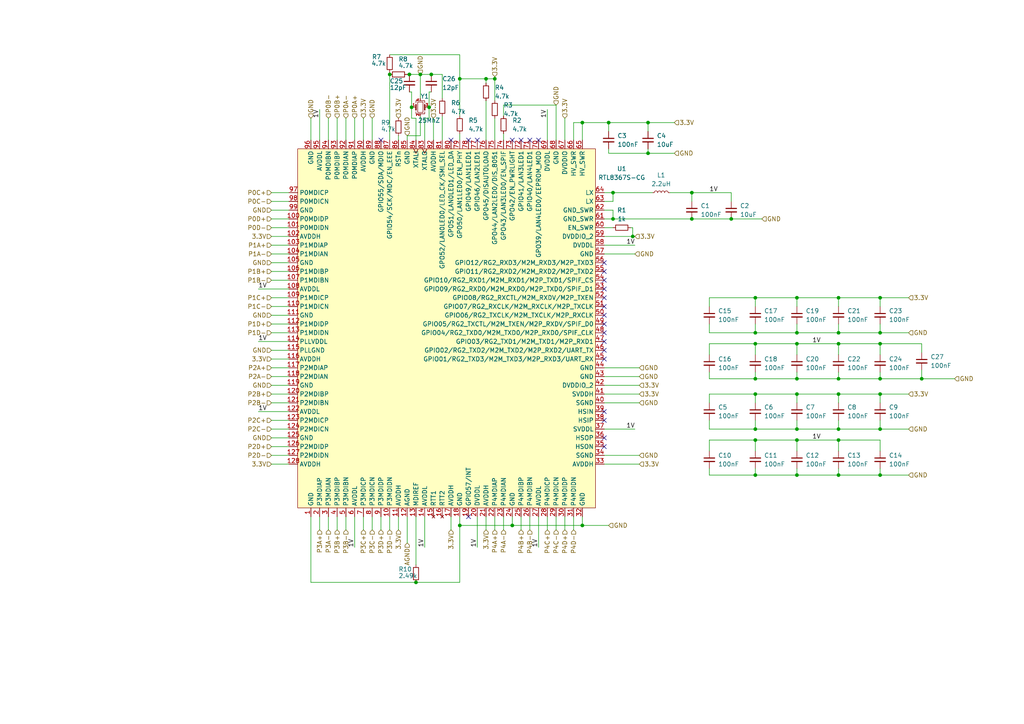
<source format=kicad_sch>
(kicad_sch (version 20230121) (generator eeschema)
  (paper "A4")
  (lib_symbols
    (symbol "Device:C_Small" (pin_numbers hide) (pin_names (offset 0.254) hide)
      (property "Reference" "C" (at 0.254 1.778 0))
      (property "Value" "C_Small" (at 0.254 -2.032 0))
      (symbol "C_Small_0_1"
        (polyline (pts (xy -1.524 -0.508) (xy 1.524 -0.508)) (stroke (width 0.3302)))
        (polyline (pts (xy -1.524 0.508) (xy 1.524 0.508)) (stroke (width 0.3048)))
      )
      (symbol "C_Small_1_1"
        (pin passive line (at 0 2.54 270) (length 2.032) (name "~") (number "1"))
        (pin passive line (at 0 -2.54 90) (length 2.032) (name "~") (number "2"))
      )
    )
    (symbol "Device:Crystal_GND24_Small" (pin_names (offset 1.016) hide)
      (property "Reference" "Y" (at 1.27 4.445 0))
      (property "Value" "Crystal_GND24_Small" (at 1.27 2.54 0))
      (symbol "Crystal_GND24_Small_0_1"
        (rectangle (start -0.762 -1.524) (end 0.762 1.524))
        (polyline (pts (xy -1.27 -0.762) (xy -1.27 0.762)) (stroke (width 0.381)))
        (polyline (pts (xy 1.27 -0.762) (xy 1.27 0.762)) (stroke (width 0.381)))
        (polyline (pts (xy -1.27 -1.27) (xy -1.27 -1.905) (xy 1.27 -1.905) (xy 1.27 -1.27)))
        (polyline (pts (xy -1.27 1.27) (xy -1.27 1.905) (xy 1.27 1.905) (xy 1.27 1.27)))
      )
      (symbol "Crystal_GND24_Small_1_1"
        (pin passive line (at -2.54 0 0) (length 1.27) (name "1") (number "1"))
        (pin passive line (at 0 -2.54 90) (length 0.635) (name "2") (number "2"))
        (pin passive line (at 2.54 0 180) (length 1.27) (name "3") (number "3"))
        (pin passive line (at 0 2.54 270) (length 0.635) (name "4") (number "4"))
      )
    )
    (symbol "Device:L_Small" (pin_numbers hide) (pin_names (offset 0.254) hide)
      (property "Reference" "L" (at 0.762 1.016 0))
      (property "Value" "L_Small" (at 0.762 -1.016 0))
      (symbol "L_Small_0_1"
        (arc (start 0 -2.032) (mid 0.5058 -1.524) (end 0 -1.016))
        (arc (start 0 -1.016) (mid 0.5058 -0.508) (end 0 0))
        (arc (start 0 0) (mid 0.5058 0.508) (end 0 1.016))
        (arc (start 0 1.016) (mid 0.5058 1.524) (end 0 2.032))
      )
      (symbol "L_Small_1_1"
        (pin passive line (at 0 2.54 270) (length 0.508) (name "~") (number "1"))
        (pin passive line (at 0 -2.54 90) (length 0.508) (name "~") (number "2"))
      )
    )
    (symbol "Device:R_Small" (pin_numbers hide) (pin_names (offset 0.254) hide)
      (property "Reference" "R" (at 0.762 0.508 0))
      (property "Value" "R_Small" (at 0.762 -1.016 0))
      (symbol "R_Small_0_1"
        (rectangle (start -0.762 1.778) (end 0.762 -1.778) (stroke (width 0.2032)))
      )
      (symbol "R_Small_1_1"
        (pin passive line (at 0 2.54 270) (length 0.762) (name "~") (number "1"))
        (pin passive line (at 0 -2.54 90) (length 0.762) (name "~") (number "2"))
      )
    )
    (symbol "b149:RTL8367S-CG"
      (property "Reference" "U1" (at 110.49 8.89 0))
      (property "Value" "RTL8367S-CG" (at 105.41 11.43 0))
      (symbol "RTL8367S-CG_0_0"
        (pin power_in line (at 17.78 -97.79 90) (length 2.54) (name "GND") (number "1"))
        (pin bidirectional line (at 40.64 -97.79 90) (length 2.54) (name "P3MDIDN") (number "10"))
        (pin bidirectional line (at 11.43 -11.43 0) (length 2.54) (name "P0MDIDP") (number "100"))
        (pin bidirectional line (at 11.43 -13.97 0) (length 2.54) (name "P0MDIDN") (number "101"))
        (pin power_in line (at 11.43 -16.51 0) (length 2.54) (name "AVDDH") (number "102"))
        (pin bidirectional line (at 11.43 -19.05 0) (length 2.54) (name "P1MDIAP") (number "103"))
        (pin bidirectional line (at 11.43 -21.59 0) (length 2.54) (name "P1MDIAN") (number "104"))
        (pin power_in line (at 11.43 -24.13 0) (length 2.54) (name "GND") (number "105"))
        (pin bidirectional line (at 11.43 -26.67 0) (length 2.54) (name "P1MDIBP") (number "106"))
        (pin bidirectional line (at 11.43 -29.21 0) (length 2.54) (name "P1MDIBN") (number "107"))
        (pin power_in line (at 11.43 -31.75 0) (length 2.54) (name "AVDDL") (number "108"))
        (pin bidirectional line (at 11.43 -34.29 0) (length 2.54) (name "P1MDICP") (number "109"))
        (pin power_in line (at 43.18 -97.79 90) (length 2.54) (name "AVDDH") (number "11"))
        (pin bidirectional line (at 11.43 -36.83 0) (length 2.54) (name "P1MDICN") (number "110"))
        (pin power_in line (at 11.43 -39.37 0) (length 2.54) (name "GND") (number "111"))
        (pin bidirectional line (at 11.43 -41.91 0) (length 2.54) (name "P1MDIDP") (number "112"))
        (pin bidirectional line (at 11.43 -44.45 0) (length 2.54) (name "P1MDIDN") (number "113"))
        (pin power_in line (at 11.43 -46.99 0) (length 2.54) (name "PLLVDDL") (number "114"))
        (pin power_in line (at 11.43 -49.53 0) (length 2.54) (name "PLLGND") (number "115"))
        (pin power_in line (at 11.43 -52.07 0) (length 2.54) (name "AVDDH") (number "116"))
        (pin bidirectional line (at 11.43 -54.61 0) (length 2.54) (name "P2MDIAP") (number "117"))
        (pin bidirectional line (at 11.43 -57.15 0) (length 2.54) (name "P2MDIAN") (number "118"))
        (pin power_in line (at 11.43 -59.69 0) (length 2.54) (name "GND") (number "119"))
        (pin power_in line (at 45.72 -97.79 90) (length 2.54) (name "AGND") (number "12"))
        (pin bidirectional line (at 11.43 -62.23 0) (length 2.54) (name "P2MDIBP") (number "120"))
        (pin bidirectional line (at 11.43 -64.77 0) (length 2.54) (name "P2MDIBN") (number "121"))
        (pin power_in line (at 11.43 -67.31 0) (length 2.54) (name "AVDDL") (number "122"))
        (pin bidirectional line (at 11.43 -69.85 0) (length 2.54) (name "P2MDICP") (number "123"))
        (pin bidirectional line (at 11.43 -72.39 0) (length 2.54) (name "P2MDICN") (number "124"))
        (pin power_in line (at 11.43 -74.93 0) (length 2.54) (name "GND") (number "125"))
        (pin bidirectional line (at 11.43 -77.47 0) (length 2.54) (name "P2MDIDP") (number "126"))
        (pin bidirectional line (at 11.43 -80.01 0) (length 2.54) (name "P2MDIDN") (number "127"))
        (pin power_in line (at 11.43 -82.55 0) (length 2.54) (name "AVDDH") (number "128"))
        (pin output line (at 48.26 -97.79 90) (length 2.54) (name "MDIREF") (number "13"))
        (pin power_in line (at 50.8 -97.79 90) (length 2.54) (name "AVDDL") (number "14"))
        (pin no_connect line (at 53.34 -97.79 90) (length 2.54) (name "RTT1") (number "15"))
        (pin no_connect line (at 55.88 -97.79 90) (length 2.54) (name "RTT2") (number "16"))
        (pin power_in line (at 58.42 -97.79 90) (length 2.54) (name "AVDDH") (number "17"))
        (pin power_in line (at 60.96 -97.79 90) (length 2.54) (name "GND") (number "18"))
        (pin bidirectional line (at 63.5 -97.79 90) (length 2.54) (name "GPIO57/INT") (number "19"))
        (pin bidirectional line (at 20.32 -97.79 90) (length 2.54) (name "P3MDIAP") (number "2"))
        (pin power_in line (at 66.04 -97.79 90) (length 2.54) (name "DVDDL") (number "20"))
        (pin power_in line (at 68.58 -97.79 90) (length 2.54) (name "AVDDH") (number "21"))
        (pin bidirectional line (at 71.12 -97.79 90) (length 2.54) (name "P4MDIAP") (number "22"))
        (pin bidirectional line (at 73.66 -97.79 90) (length 2.54) (name "P4MDIAN") (number "23"))
        (pin power_in line (at 76.2 -97.79 90) (length 2.54) (name "GND") (number "24"))
        (pin bidirectional line (at 78.74 -97.79 90) (length 2.54) (name "P4MDIBP") (number "25"))
        (pin bidirectional line (at 81.28 -97.79 90) (length 2.54) (name "P4MDIBN") (number "26"))
        (pin power_in line (at 83.82 -97.79 90) (length 2.54) (name "AVDDL") (number "27"))
        (pin bidirectional line (at 86.36 -97.79 90) (length 2.54) (name "P4MDICP") (number "28"))
        (pin bidirectional line (at 88.9 -97.79 90) (length 2.54) (name "P4MDICN") (number "29"))
        (pin bidirectional line (at 22.86 -97.79 90) (length 2.54) (name "P3MDIAN") (number "3"))
        (pin bidirectional line (at 91.44 -97.79 90) (length 2.54) (name "P4MDIDP") (number "30"))
        (pin bidirectional line (at 93.98 -97.79 90) (length 2.54) (name "P4MDIDN") (number "31"))
        (pin power_in line (at 96.52 -97.79 90) (length 2.54) (name "GND") (number "32"))
        (pin power_in line (at 102.87 -82.55 180) (length 2.54) (name "AVDDH") (number "33"))
        (pin power_in line (at 102.87 -80.01 180) (length 2.54) (name "SGND") (number "34"))
        (pin output line (at 102.87 -77.47 180) (length 2.54) (name "HSON") (number "35"))
        (pin output line (at 102.87 -74.93 180) (length 2.54) (name "HSOP") (number "36"))
        (pin power_in line (at 102.87 -72.39 180) (length 2.54) (name "SVDDL") (number "37"))
        (pin input line (at 102.87 -69.85 180) (length 2.54) (name "HSIP") (number "38"))
        (pin input line (at 102.87 -67.31 180) (length 2.54) (name "HSIN") (number "39"))
        (pin bidirectional line (at 25.4 -97.79 90) (length 2.54) (name "P3MDIBP") (number "4"))
        (pin power_in line (at 102.87 -64.77 180) (length 2.54) (name "SGND") (number "40"))
        (pin power_in line (at 102.87 -62.23 180) (length 2.54) (name "SVDDH") (number "41"))
        (pin power_in line (at 102.87 -59.69 180) (length 2.54) (name "DVDDIO_2") (number "42"))
        (pin power_in line (at 102.87 -57.15 180) (length 2.54) (name "GND") (number "43"))
        (pin power_in line (at 102.87 -54.61 180) (length 2.54) (name "GND") (number "44"))
        (pin bidirectional line (at 102.87 -52.07 180) (length 2.54) (name "GPIO01/RG2_TXD3/M2M_TXD3/M2P_RXD3/UART_RX") (number "45"))
        (pin bidirectional line (at 102.87 -49.53 180) (length 2.54) (name "GPIO02/RG2_TXD2/M2M_TXD2/M2P_RXD2/UART_TX") (number "46"))
        (pin bidirectional line (at 102.87 -46.99 180) (length 2.54) (name "GPIO03/RG2_TXD1/M2M_TXD1/M2P_RXD1") (number "47"))
        (pin bidirectional line (at 102.87 -44.45 180) (length 2.54) (name "GPIO04/RG2_TXD0/M2M_TXD0/M2P_RXD0/SPIF_CLK") (number "48"))
        (pin bidirectional line (at 102.87 -41.91 180) (length 2.54) (name "GPIO05/RG2_TXCTL/M2M_TXEN/M2P_RXDV/SPIF_D0") (number "49"))
        (pin bidirectional line (at 27.94 -97.79 90) (length 2.54) (name "P3MDIBN") (number "5"))
        (pin bidirectional line (at 102.87 -39.37 180) (length 2.54) (name "GPIO06/RG2_TXCLK/M2M_TXCLK/M2P_RXCLK") (number "50"))
        (pin bidirectional line (at 102.87 -36.83 180) (length 2.54) (name "GPIO07/RG2_RXCLK/M2M_RXCLK/M2P_TXCLK") (number "51"))
        (pin bidirectional line (at 102.87 -34.29 180) (length 2.54) (name "GPIO08/RG2_RXCTL/M2M_RXDV/M2P_TXEN") (number "52"))
        (pin bidirectional line (at 102.87 -31.75 180) (length 2.54) (name "GPIO09/RG2_RXD0/M2M_RXD0/M2P_TXD0/SPIF_D1") (number "53"))
        (pin bidirectional line (at 102.87 -29.21 180) (length 2.54) (name "GPIO10/RG2_RXD1/M2M_RXD1/M2P_TXD1/SPIF_CS") (number "54"))
        (pin bidirectional line (at 102.87 -26.67 180) (length 2.54) (name "GPIO11/RG2_RXD2/M2M_RXD2/M2P_TXD2") (number "55"))
        (pin bidirectional line (at 102.87 -24.13 180) (length 2.54) (name "GPIO12/RG2_RXD3/M2M_RXD3/M2P_TXD3") (number "56"))
        (pin power_in line (at 102.87 -21.59 180) (length 2.54) (name "GND") (number "57"))
        (pin power_in line (at 102.87 -19.05 180) (length 2.54) (name "DVDDL") (number "58"))
        (pin power_in line (at 102.87 -16.51 180) (length 2.54) (name "DVDDIO_2") (number "59"))
        (pin power_in line (at 30.48 -97.79 90) (length 2.54) (name "AVDDL") (number "6"))
        (pin input line (at 102.87 -13.97 180) (length 2.54) (name "EN_SWR") (number "60"))
        (pin power_in line (at 102.87 -11.43 180) (length 2.54) (name "GND_SWR") (number "61"))
        (pin power_in line (at 102.87 -8.89 180) (length 2.54) (name "GND_SWR") (number "62"))
        (pin power_out line (at 102.87 -6.35 180) (length 2.54) (name "LX") (number "63"))
        (pin power_out line (at 102.87 -3.81 180) (length 2.54) (name "LX") (number "64"))
        (pin power_in line (at 96.52 11.43 270) (length 2.54) (name "HV_SWR") (number "65"))
        (pin power_in line (at 93.98 11.43 270) (length 2.54) (name "HV_SWR") (number "66"))
        (pin power_in line (at 91.44 11.43 270) (length 2.54) (name "DVDDIO") (number "67"))
        (pin power_in line (at 88.9 11.43 270) (length 2.54) (name "GND") (number "68"))
        (pin power_in line (at 86.36 11.43 270) (length 2.54) (name "DVDDL") (number "69"))
        (pin bidirectional line (at 33.02 -97.79 90) (length 2.54) (name "P3MDICP") (number "7"))
        (pin bidirectional line (at 83.82 11.43 270) (length 2.54) (name "GPO39/LAN4LED0/EEPROM_MOD") (number "70"))
        (pin bidirectional line (at 81.28 11.43 270) (length 2.54) (name "GPIO40/LAN4LED1") (number "71"))
        (pin bidirectional line (at 78.74 11.43 270) (length 2.54) (name "GPIO41/LAN3LED1") (number "72"))
        (pin bidirectional line (at 76.2 11.43 270) (length 2.54) (name "GPO42/EN_PWRLIGHT") (number "73"))
        (pin bidirectional line (at 73.66 11.43 270) (length 2.54) (name "GPO43/LAN3LED0/EN_SPIF") (number "74"))
        (pin bidirectional line (at 71.12 11.43 270) (length 2.54) (name "GPO44/LAN2LED0/DIS_8051") (number "75"))
        (pin bidirectional line (at 68.58 11.43 270) (length 2.54) (name "GPO45/DISAUTOLOAD") (number "76"))
        (pin bidirectional line (at 66.04 11.43 270) (length 2.54) (name "GPIO46/LAN2LED1") (number "77"))
        (pin bidirectional line (at 63.5 11.43 270) (length 2.54) (name "GPIO49/LAN1LED1") (number "78"))
        (pin bidirectional line (at 60.96 11.43 270) (length 2.54) (name "GPO50/LAN1LED0/EN_PHY") (number "79"))
        (pin bidirectional line (at 35.56 -97.79 90) (length 2.54) (name "P3MDICN") (number "8"))
        (pin bidirectional line (at 58.42 11.43 270) (length 2.54) (name "GPO51/LAN0LED1/LED_DA") (number "80"))
        (pin bidirectional line (at 55.88 11.43 270) (length 2.54) (name "GPO52/LAN0LED0/LED_CK/SMI_SEL") (number "81"))
        (pin power_in line (at 53.34 11.43 270) (length 2.54) (name "AVDDH") (number "82"))
        (pin output clock (at 50.8 11.43 270) (length 2.54) (name "XTALO") (number "83"))
        (pin input clock (at 48.26 11.43 270) (length 2.54) (name "XTALI") (number "84"))
        (pin bidirectional line (at 45.72 11.43 270) (length 2.54) (name "GND") (number "85"))
        (pin input line (at 43.18 11.43 270) (length 2.54) (name "RSTn") (number "86"))
        (pin bidirectional line (at 40.64 11.43 270) (length 2.54) (name "GPIO54/SCK/MDC/EN_EEE") (number "87"))
        (pin bidirectional line (at 38.1 11.43 270) (length 2.54) (name "GPIO55/SDA/MDIO") (number "88"))
        (pin power_in line (at 35.56 11.43 270) (length 2.54) (name "GND") (number "89"))
        (pin bidirectional line (at 38.1 -97.79 90) (length 2.54) (name "P3MDIDP") (number "9"))
        (pin power_in line (at 33.02 11.43 270) (length 2.54) (name "AVDDH") (number "90"))
        (pin bidirectional line (at 30.48 11.43 270) (length 2.54) (name "P0MDIAP") (number "91"))
        (pin bidirectional line (at 27.94 11.43 270) (length 2.54) (name "P0MDIAN") (number "92"))
        (pin bidirectional line (at 25.4 11.43 270) (length 2.54) (name "P0MDIBP") (number "93"))
        (pin bidirectional line (at 22.86 11.43 270) (length 2.54) (name "P0MDIBN") (number "94"))
        (pin power_in line (at 20.32 11.43 270) (length 2.54) (name "AVDDL") (number "95"))
        (pin power_in line (at 17.78 11.43 270) (length 2.54) (name "GND") (number "96"))
        (pin bidirectional line (at 11.43 -3.81 0) (length 2.54) (name "P0MDICP") (number "97"))
        (pin bidirectional line (at 11.43 -6.35 0) (length 2.54) (name "P0MDICN") (number "98"))
        (pin power_in line (at 11.43 -8.89 0) (length 2.54) (name "GND") (number "99"))
      )
      (symbol "RTL8367S-CG_0_1"
        (rectangle (start 13.97 8.89) (end 100.33 -95.25) (fill (type background)))
      )
    )
  )
  (junction (at 231.14 86.36))
  (junction (at 219.075 124.46))
  (junction (at 255.27 96.52))
  (junction (at 177.8 55.88))
  (junction (at 231.14 127.635))
  (junction (at 183.515 68.58))
  (junction (at 243.205 127.635))
  (junction (at 125.095 21.59))
  (junction (at 231.14 109.855))
  (junction (at 168.91 35.56))
  (junction (at 124.46 31.115))
  (junction (at 255.27 99.695))
  (junction (at 243.205 137.795))
  (junction (at 143.51 22.86))
  (junction (at 212.09 63.5))
  (junction (at 243.205 114.3))
  (junction (at 200.66 63.5))
  (junction (at 255.27 114.3))
  (junction (at 243.205 86.36))
  (junction (at 121.92 21.59))
  (junction (at 133.35 22.86))
  (junction (at 243.205 99.695))
  (junction (at 231.14 137.795))
  (junction (at 113.03 21.59))
  (junction (at 148.59 152.4))
  (junction (at 177.8 63.5))
  (junction (at 119.38 31.115))
  (junction (at 118.745 21.59))
  (junction (at 231.14 96.52))
  (junction (at 255.27 137.795))
  (junction (at 231.14 99.695))
  (junction (at 200.66 55.88))
  (junction (at 243.205 124.46))
  (junction (at 267.335 109.855))
  (junction (at 187.96 44.45))
  (junction (at 243.205 96.52))
  (junction (at 219.075 114.3))
  (junction (at 219.075 96.52))
  (junction (at 231.14 124.46))
  (junction (at 255.27 86.36))
  (junction (at 219.075 127.635))
  (junction (at 219.075 86.36))
  (junction (at 231.14 114.3))
  (junction (at 243.205 109.855))
  (junction (at 140.97 22.86))
  (junction (at 120.65 168.91))
  (junction (at 219.075 137.795))
  (junction (at 133.35 152.4))
  (junction (at 187.96 35.56))
  (junction (at 219.075 109.855))
  (junction (at 219.075 99.695))
  (junction (at 168.91 152.4))
  (junction (at 255.27 109.855))
  (junction (at 176.53 35.56))
  (junction (at 255.27 124.46))
  (no_connect (at 175.26 121.92))
  (no_connect (at 135.89 149.86))
  (no_connect (at 156.21 40.64))
  (no_connect (at 153.67 40.64))
  (no_connect (at 175.26 76.2))
  (no_connect (at 175.26 104.14))
  (no_connect (at 151.13 40.64))
  (no_connect (at 135.89 40.64))
  (no_connect (at 175.26 91.44))
  (no_connect (at 175.26 93.98))
  (no_connect (at 175.26 101.6))
  (no_connect (at 175.26 81.28))
  (no_connect (at 175.26 83.82))
  (no_connect (at 138.43 40.64))
  (no_connect (at 175.26 88.9))
  (no_connect (at 110.49 40.64))
  (no_connect (at 175.26 129.54))
  (no_connect (at 175.26 78.74))
  (no_connect (at 148.59 40.64))
  (no_connect (at 130.81 40.64))
  (no_connect (at 175.26 99.06))
  (no_connect (at 175.26 86.36))
  (no_connect (at 175.26 96.52))
  (no_connect (at 175.26 127))
  (no_connect (at 175.26 119.38))
  (wire (pts (xy 110.49 149.86) (xy 110.49 153.67)))
  (wire (pts (xy 118.11 39.37) (xy 121.92 39.37)))
  (wire (pts (xy 175.26 55.88) (xy 177.8 55.88)))
  (wire (pts (xy 121.92 39.37) (xy 121.92 33.655)))
  (wire (pts (xy 219.075 135.89) (xy 219.075 137.795)))
  (wire (pts (xy 231.14 86.36) (xy 231.14 88.9)))
  (wire (pts (xy 175.26 73.66) (xy 184.15 73.66)))
  (wire (pts (xy 177.8 55.88) (xy 177.8 58.42)))
  (wire (pts (xy 205.74 99.695) (xy 219.075 99.695)))
  (wire (pts (xy 205.74 114.3) (xy 219.075 114.3)))
  (wire (pts (xy 255.27 124.46) (xy 243.205 124.46)))
  (wire (pts (xy 133.35 152.4) (xy 133.35 149.86)))
  (wire (pts (xy 105.41 149.86) (xy 105.41 153.67)))
  (wire (pts (xy 231.14 135.89) (xy 231.14 137.795)))
  (wire (pts (xy 97.79 34.29) (xy 97.79 40.64)))
  (wire (pts (xy 219.075 86.36) (xy 231.14 86.36)))
  (wire (pts (xy 125.095 21.59) (xy 128.27 21.59)))
  (wire (pts (xy 255.27 86.36) (xy 263.525 86.36)))
  (wire (pts (xy 243.205 137.795) (xy 231.14 137.795)))
  (wire (pts (xy 255.27 99.695) (xy 267.335 99.695)))
  (wire (pts (xy 78.74 68.58) (xy 83.82 68.58)))
  (wire (pts (xy 168.91 40.64) (xy 168.91 35.56)))
  (wire (pts (xy 231.14 109.855) (xy 219.075 109.855)))
  (wire (pts (xy 78.74 129.54) (xy 83.82 129.54)))
  (wire (pts (xy 121.92 21.59) (xy 121.92 28.575)))
  (wire (pts (xy 243.205 96.52) (xy 231.14 96.52)))
  (wire (pts (xy 156.21 149.86) (xy 156.21 158.75)))
  (wire (pts (xy 176.53 152.4) (xy 168.91 152.4)))
  (wire (pts (xy 107.95 149.86) (xy 107.95 153.67)))
  (wire (pts (xy 168.91 152.4) (xy 148.59 152.4)))
  (wire (pts (xy 175.26 109.22) (xy 185.42 109.22)))
  (wire (pts (xy 263.525 124.46) (xy 255.27 124.46)))
  (wire (pts (xy 153.67 149.86) (xy 153.67 153.67)))
  (wire (pts (xy 175.26 71.12) (xy 184.15 71.12)))
  (wire (pts (xy 175.26 116.84) (xy 185.42 116.84)))
  (wire (pts (xy 100.33 149.86) (xy 100.33 153.67)))
  (wire (pts (xy 161.29 149.86) (xy 161.29 153.67)))
  (wire (pts (xy 78.74 134.62) (xy 83.82 134.62)))
  (wire (pts (xy 267.335 102.235) (xy 267.335 99.695)))
  (wire (pts (xy 219.075 127.635) (xy 231.14 127.635)))
  (wire (pts (xy 243.205 109.855) (xy 231.14 109.855)))
  (wire (pts (xy 128.27 33.655) (xy 128.27 40.64)))
  (wire (pts (xy 143.51 34.29) (xy 143.51 40.64)))
  (wire (pts (xy 255.27 137.795) (xy 243.205 137.795)))
  (wire (pts (xy 243.205 135.89) (xy 243.205 137.795)))
  (wire (pts (xy 146.05 149.86) (xy 146.05 153.67)))
  (wire (pts (xy 243.205 107.95) (xy 243.205 109.855)))
  (wire (pts (xy 120.65 40.64) (xy 120.65 34.29)))
  (wire (pts (xy 205.74 130.81) (xy 205.74 127.635)))
  (wire (pts (xy 121.92 21.59) (xy 125.095 21.59)))
  (wire (pts (xy 175.26 124.46) (xy 184.15 124.46)))
  (wire (pts (xy 78.74 121.92) (xy 83.82 121.92)))
  (wire (pts (xy 78.74 104.14) (xy 83.82 104.14)))
  (wire (pts (xy 120.65 34.29) (xy 119.38 34.29)))
  (wire (pts (xy 205.74 88.9) (xy 205.74 86.36)))
  (wire (pts (xy 243.205 114.3) (xy 243.205 116.84)))
  (wire (pts (xy 118.11 149.86) (xy 118.11 157.48)))
  (wire (pts (xy 205.74 86.36) (xy 219.075 86.36)))
  (wire (pts (xy 78.74 127) (xy 83.82 127)))
  (wire (pts (xy 118.745 21.59) (xy 121.92 21.59)))
  (wire (pts (xy 78.74 60.96) (xy 83.82 60.96)))
  (wire (pts (xy 168.91 35.56) (xy 176.53 35.56)))
  (wire (pts (xy 205.74 109.855) (xy 205.74 107.95)))
  (wire (pts (xy 231.14 99.695) (xy 243.205 99.695)))
  (wire (pts (xy 175.26 66.04) (xy 177.8 66.04)))
  (wire (pts (xy 267.335 109.855) (xy 255.27 109.855)))
  (wire (pts (xy 243.205 121.92) (xy 243.205 124.46)))
  (wire (pts (xy 78.74 86.36) (xy 83.82 86.36)))
  (wire (pts (xy 205.74 124.46) (xy 219.075 124.46)))
  (wire (pts (xy 148.59 152.4) (xy 133.35 152.4)))
  (wire (pts (xy 78.74 88.9) (xy 83.82 88.9)))
  (wire (pts (xy 255.27 99.695) (xy 255.27 102.87)))
  (wire (pts (xy 205.74 124.46) (xy 205.74 121.92)))
  (wire (pts (xy 176.53 44.45) (xy 187.96 44.45)))
  (wire (pts (xy 205.74 96.52) (xy 205.74 93.98)))
  (wire (pts (xy 92.71 40.64) (xy 92.71 31.75)))
  (wire (pts (xy 219.075 124.46) (xy 231.14 124.46)))
  (wire (pts (xy 231.14 127.635) (xy 243.205 127.635)))
  (wire (pts (xy 276.86 109.855) (xy 267.335 109.855)))
  (wire (pts (xy 243.205 86.36) (xy 243.205 88.9)))
  (wire (pts (xy 146.05 38.735) (xy 146.05 40.64)))
  (wire (pts (xy 78.74 58.42) (xy 83.82 58.42)))
  (wire (pts (xy 200.66 63.5) (xy 212.09 63.5)))
  (wire (pts (xy 182.88 66.04) (xy 183.515 66.04)))
  (wire (pts (xy 175.26 111.76) (xy 185.42 111.76)))
  (wire (pts (xy 200.66 55.88) (xy 200.66 58.42)))
  (wire (pts (xy 205.74 96.52) (xy 219.075 96.52)))
  (wire (pts (xy 78.74 106.68) (xy 83.82 106.68)))
  (wire (pts (xy 219.075 93.98) (xy 219.075 96.52)))
  (wire (pts (xy 115.57 149.86) (xy 115.57 153.67)))
  (wire (pts (xy 255.27 86.36) (xy 255.27 88.9)))
  (wire (pts (xy 78.74 81.28) (xy 83.82 81.28)))
  (wire (pts (xy 143.51 149.86) (xy 143.51 153.67)))
  (wire (pts (xy 113.03 20.955) (xy 113.03 21.59)))
  (wire (pts (xy 95.25 149.86) (xy 95.25 153.67)))
  (wire (pts (xy 231.14 107.95) (xy 231.14 109.855)))
  (wire (pts (xy 90.17 168.91) (xy 90.17 149.86)))
  (wire (pts (xy 113.03 149.86) (xy 113.03 153.67)))
  (wire (pts (xy 90.17 168.91) (xy 120.65 168.91)))
  (wire (pts (xy 255.27 121.92) (xy 255.27 124.46)))
  (wire (pts (xy 187.96 43.18) (xy 187.96 44.45)))
  (wire (pts (xy 143.51 22.86) (xy 143.51 29.21)))
  (wire (pts (xy 113.03 21.59) (xy 113.03 40.64)))
  (wire (pts (xy 102.87 149.86) (xy 102.87 158.75)))
  (wire (pts (xy 231.14 127.635) (xy 231.14 130.81)))
  (wire (pts (xy 78.74 91.44) (xy 83.82 91.44)))
  (wire (pts (xy 176.53 35.56) (xy 176.53 38.1)))
  (wire (pts (xy 92.71 149.86) (xy 92.71 153.67)))
  (wire (pts (xy 124.46 26.67) (xy 124.46 31.115)))
  (wire (pts (xy 243.205 127.635) (xy 243.205 130.81)))
  (wire (pts (xy 166.37 35.56) (xy 168.91 35.56)))
  (wire (pts (xy 219.075 114.3) (xy 231.14 114.3)))
  (wire (pts (xy 200.66 55.88) (xy 212.09 55.88)))
  (wire (pts (xy 255.27 127.635) (xy 255.27 130.81)))
  (wire (pts (xy 231.14 93.98) (xy 231.14 96.52)))
  (wire (pts (xy 100.33 34.29) (xy 100.33 40.64)))
  (wire (pts (xy 113.03 15.875) (xy 133.35 15.875)))
  (wire (pts (xy 243.205 93.98) (xy 243.205 96.52)))
  (wire (pts (xy 243.205 114.3) (xy 255.27 114.3)))
  (wire (pts (xy 78.74 124.46) (xy 83.82 124.46)))
  (wire (pts (xy 231.14 114.3) (xy 231.14 116.84)))
  (wire (pts (xy 130.81 149.86) (xy 130.81 153.67)))
  (wire (pts (xy 78.74 78.74) (xy 83.82 78.74)))
  (wire (pts (xy 78.74 101.6) (xy 83.82 101.6)))
  (wire (pts (xy 168.91 152.4) (xy 168.91 149.86)))
  (wire (pts (xy 128.27 21.59) (xy 128.27 28.575)))
  (wire (pts (xy 83.82 119.38) (xy 74.93 119.38)))
  (wire (pts (xy 219.075 107.95) (xy 219.075 109.855)))
  (wire (pts (xy 124.46 26.67) (xy 125.095 26.67)))
  (wire (pts (xy 243.205 99.695) (xy 255.27 99.695)))
  (wire (pts (xy 243.205 99.695) (xy 243.205 102.87)))
  (wire (pts (xy 115.57 39.37) (xy 115.57 40.64)))
  (wire (pts (xy 255.27 114.3) (xy 255.27 116.84)))
  (wire (pts (xy 205.74 137.795) (xy 205.74 135.89)))
  (wire (pts (xy 219.075 137.795) (xy 205.74 137.795)))
  (wire (pts (xy 138.43 149.86) (xy 138.43 158.75)))
  (wire (pts (xy 119.38 26.67) (xy 118.745 26.67)))
  (wire (pts (xy 219.075 121.92) (xy 219.075 124.46)))
  (wire (pts (xy 140.97 24.13) (xy 140.97 22.86)))
  (wire (pts (xy 143.51 22.225) (xy 143.51 22.86)))
  (wire (pts (xy 205.74 116.84) (xy 205.74 114.3)))
  (wire (pts (xy 219.075 114.3) (xy 219.075 116.84)))
  (wire (pts (xy 175.26 134.62) (xy 185.42 134.62)))
  (wire (pts (xy 243.205 86.36) (xy 255.27 86.36)))
  (wire (pts (xy 205.74 127.635) (xy 219.075 127.635)))
  (wire (pts (xy 151.13 149.86) (xy 151.13 153.67)))
  (wire (pts (xy 78.74 132.08) (xy 83.82 132.08)))
  (wire (pts (xy 78.74 71.12) (xy 83.82 71.12)))
  (wire (pts (xy 161.29 30.48) (xy 161.29 40.64)))
  (wire (pts (xy 177.8 60.96) (xy 177.8 63.5)))
  (wire (pts (xy 140.97 29.21) (xy 140.97 40.64)))
  (wire (pts (xy 120.65 168.91) (xy 133.35 168.91)))
  (wire (pts (xy 140.97 149.86) (xy 140.97 153.67)))
  (wire (pts (xy 219.075 99.695) (xy 231.14 99.695)))
  (wire (pts (xy 83.82 99.06) (xy 74.93 99.06)))
  (wire (pts (xy 133.35 168.91) (xy 133.35 152.4)))
  (wire (pts (xy 166.37 149.86) (xy 166.37 153.67)))
  (wire (pts (xy 125.73 34.29) (xy 125.73 40.64)))
  (wire (pts (xy 97.79 149.86) (xy 97.79 153.67)))
  (wire (pts (xy 78.74 96.52) (xy 83.82 96.52)))
  (wire (pts (xy 123.19 34.29) (xy 124.46 34.29)))
  (wire (pts (xy 78.74 73.66) (xy 83.82 73.66)))
  (wire (pts (xy 158.75 40.64) (xy 158.75 31.75)))
  (wire (pts (xy 133.35 38.735) (xy 133.35 40.64)))
  (wire (pts (xy 78.74 116.84) (xy 83.82 116.84)))
  (wire (pts (xy 175.26 63.5) (xy 177.8 63.5)))
  (wire (pts (xy 255.27 107.95) (xy 255.27 109.855)))
  (wire (pts (xy 175.26 132.08) (xy 185.42 132.08)))
  (wire (pts (xy 118.11 21.59) (xy 118.745 21.59)))
  (wire (pts (xy 175.26 114.3) (xy 185.42 114.3)))
  (wire (pts (xy 177.8 58.42) (xy 175.26 58.42)))
  (wire (pts (xy 146.05 33.655) (xy 146.05 30.48)))
  (wire (pts (xy 107.95 34.29) (xy 107.95 40.64)))
  (wire (pts (xy 133.35 15.875) (xy 133.35 22.86)))
  (wire (pts (xy 243.205 127.635) (xy 255.27 127.635)))
  (wire (pts (xy 231.14 86.36) (xy 243.205 86.36)))
  (wire (pts (xy 187.96 35.56) (xy 195.58 35.56)))
  (wire (pts (xy 189.23 55.88) (xy 177.8 55.88)))
  (wire (pts (xy 219.075 127.635) (xy 219.075 130.81)))
  (wire (pts (xy 78.74 63.5) (xy 83.82 63.5)))
  (wire (pts (xy 175.26 60.96) (xy 177.8 60.96)))
  (wire (pts (xy 231.14 99.695) (xy 231.14 102.87)))
  (wire (pts (xy 187.96 35.56) (xy 187.96 38.1)))
  (wire (pts (xy 175.26 68.58) (xy 183.515 68.58)))
  (wire (pts (xy 219.075 86.36) (xy 219.075 88.9)))
  (wire (pts (xy 267.335 107.315) (xy 267.335 109.855)))
  (wire (pts (xy 212.09 63.5) (xy 220.98 63.5)))
  (wire (pts (xy 118.11 39.37) (xy 118.11 40.64)))
  (wire (pts (xy 177.8 63.5) (xy 200.66 63.5)))
  (wire (pts (xy 78.74 114.3) (xy 83.82 114.3)))
  (wire (pts (xy 78.74 111.76) (xy 83.82 111.76)))
  (wire (pts (xy 78.74 76.2) (xy 83.82 76.2)))
  (wire (pts (xy 255.27 135.89) (xy 255.27 137.795)))
  (wire (pts (xy 105.41 34.29) (xy 105.41 40.64)))
  (wire (pts (xy 163.83 149.86) (xy 163.83 153.67)))
  (wire (pts (xy 119.38 34.29) (xy 119.38 31.115)))
  (wire (pts (xy 83.82 83.82) (xy 74.93 83.82)))
  (wire (pts (xy 219.075 99.695) (xy 219.075 102.87)))
  (wire (pts (xy 78.74 55.88) (xy 83.82 55.88)))
  (wire (pts (xy 176.53 44.45) (xy 176.53 43.18)))
  (wire (pts (xy 95.25 34.29) (xy 95.25 40.64)))
  (wire (pts (xy 263.525 137.795) (xy 255.27 137.795)))
  (wire (pts (xy 120.65 149.86) (xy 120.65 163.83)))
  (wire (pts (xy 123.19 40.64) (xy 123.19 34.29)))
  (wire (pts (xy 78.74 109.22) (xy 83.82 109.22)))
  (wire (pts (xy 231.14 137.795) (xy 219.075 137.795)))
  (wire (pts (xy 255.27 109.855) (xy 243.205 109.855)))
  (wire (pts (xy 78.74 93.98) (xy 83.82 93.98)))
  (wire (pts (xy 148.59 152.4) (xy 148.59 149.86)))
  (wire (pts (xy 140.97 22.86) (xy 143.51 22.86)))
  (wire (pts (xy 175.26 106.68) (xy 185.42 106.68)))
  (wire (pts (xy 166.37 40.64) (xy 166.37 35.56)))
  (wire (pts (xy 255.27 114.3) (xy 263.525 114.3)))
  (wire (pts (xy 212.09 55.88) (xy 212.09 58.42)))
  (wire (pts (xy 187.96 44.45) (xy 195.58 44.45)))
  (wire (pts (xy 123.19 149.86) (xy 123.19 158.75)))
  (wire (pts (xy 176.53 35.56) (xy 187.96 35.56)))
  (wire (pts (xy 163.83 34.29) (xy 163.83 40.64)))
  (wire (pts (xy 243.205 124.46) (xy 231.14 124.46)))
  (wire (pts (xy 133.35 22.86) (xy 140.97 22.86)))
  (wire (pts (xy 183.515 68.58) (xy 184.15 68.58)))
  (wire (pts (xy 146.05 30.48) (xy 161.29 30.48)))
  (wire (pts (xy 255.27 96.52) (xy 243.205 96.52)))
  (wire (pts (xy 133.35 33.655) (xy 133.35 22.86)))
  (wire (pts (xy 90.17 34.29) (xy 90.17 40.64)))
  (wire (pts (xy 158.75 149.86) (xy 158.75 153.67)))
  (wire (pts (xy 219.075 109.855) (xy 205.74 109.855)))
  (wire (pts (xy 102.87 34.29) (xy 102.87 40.64)))
  (wire (pts (xy 183.515 66.04) (xy 183.515 68.58)))
  (wire (pts (xy 124.46 34.29) (xy 124.46 31.115)))
  (wire (pts (xy 255.27 93.98) (xy 255.27 96.52)))
  (wire (pts (xy 219.075 96.52) (xy 231.14 96.52)))
  (wire (pts (xy 231.14 114.3) (xy 243.205 114.3)))
  (wire (pts (xy 205.74 102.87) (xy 205.74 99.695)))
  (wire (pts (xy 78.74 66.04) (xy 83.82 66.04)))
  (wire (pts (xy 119.38 31.115) (xy 119.38 26.67)))
  (wire (pts (xy 194.31 55.88) (xy 200.66 55.88)))
  (wire (pts (xy 263.525 96.52) (xy 255.27 96.52)))
  (wire (pts (xy 231.14 121.92) (xy 231.14 124.46)))
  (label "1V" (at 184.15 71.12 180))
  (label "1V" (at 205.74 55.88 0))
  (label "1V" (at 123.19 158.75 90))
  (label "1V" (at 138.43 158.75 90))
  (label "1V" (at 158.75 31.75 270))
  (label "1V" (at 74.93 83.82 0))
  (label "1V" (at 184.15 124.46 180))
  (label "1V" (at 102.87 158.75 90))
  (label "1V" (at 74.93 99.06 0))
  (label "1V" (at 74.93 119.38 0))
  (label "1V" (at 235.585 99.695 0))
  (label "1V" (at 156.21 158.75 90))
  (label "1V" (at 92.71 31.75 270))
  (label "1V" (at 235.585 127.635 0))
  (hierarchical_label "GND" (shape input) (at 263.525 124.46 0))
  (hierarchical_label "3.3V" (shape input) (at 125.73 34.29 90))
  (hierarchical_label "3.3V" (shape input) (at 185.42 134.62 0))
  (hierarchical_label "P1D+" (shape input) (at 78.74 93.98 180))
  (hierarchical_label "P0B+" (shape input) (at 97.79 34.29 90))
  (hierarchical_label "GND" (shape input) (at 195.58 44.45 0))
  (hierarchical_label "3.3V" (shape input) (at 78.74 104.14 180))
  (hierarchical_label "GND" (shape input) (at 276.86 109.855 0))
  (hierarchical_label "P2C+" (shape input) (at 78.74 121.92 180))
  (hierarchical_label "GND" (shape input) (at 78.74 101.6 180))
  (hierarchical_label "3.3V" (shape input) (at 263.525 86.36 0))
  (hierarchical_label "P2A-" (shape input) (at 78.74 109.22 180))
  (hierarchical_label "GND" (shape input) (at 78.74 127 180))
  (hierarchical_label "P2B-" (shape input) (at 78.74 116.84 180))
  (hierarchical_label "P0C+" (shape input) (at 78.74 55.88 180))
  (hierarchical_label "3.3V" (shape input) (at 130.81 153.67 270))
  (hierarchical_label "P3B-" (shape input) (at 100.33 153.67 270))
  (hierarchical_label "GND" (shape input) (at 176.53 152.4 0))
  (hierarchical_label "P3C-" (shape input) (at 107.95 153.67 270))
  (hierarchical_label "P1A-" (shape input) (at 78.74 73.66 180))
  (hierarchical_label "P3D+" (shape input) (at 110.49 153.67 270))
  (hierarchical_label "3.3V" (shape input) (at 115.57 34.29 90))
  (hierarchical_label "P0D-" (shape input) (at 78.74 66.04 180))
  (hierarchical_label "GND" (shape input) (at 263.525 96.52 0))
  (hierarchical_label "GND" (shape input) (at 107.95 34.29 90))
  (hierarchical_label "3.3V" (shape input) (at 78.74 134.62 180))
  (hierarchical_label "P1B+" (shape input) (at 78.74 78.74 180))
  (hierarchical_label "P2C-" (shape input) (at 78.74 124.46 180))
  (hierarchical_label "GND" (shape input) (at 78.74 111.76 180))
  (hierarchical_label "P3A-" (shape input) (at 95.25 153.67 270))
  (hierarchical_label "P3C+" (shape input) (at 105.41 153.67 270))
  (hierarchical_label "P3A+" (shape input) (at 92.71 153.67 270))
  (hierarchical_label "P3D-" (shape input) (at 113.03 153.67 270))
  (hierarchical_label "P2A+" (shape input) (at 78.74 106.68 180))
  (hierarchical_label "GND" (shape input) (at 161.29 30.48 90))
  (hierarchical_label "P3B+" (shape input) (at 97.79 153.67 270))
  (hierarchical_label "P1C-" (shape input) (at 78.74 88.9 180))
  (hierarchical_label "AGND" (shape input) (at 118.11 157.48 270))
  (hierarchical_label "P2B+" (shape input) (at 78.74 114.3 180))
  (hierarchical_label "P0A+" (shape input) (at 102.87 34.29 90))
  (hierarchical_label "3.3V" (shape input) (at 115.57 153.67 270))
  (hierarchical_label "P4B+" (shape input) (at 151.13 153.67 270))
  (hierarchical_label "P1B-" (shape input) (at 78.74 81.28 180))
  (hierarchical_label "3.3V" (shape input) (at 195.58 35.56 0))
  (hierarchical_label "GND" (shape input) (at 118.11 39.37 90))
  (hierarchical_label "P0C-" (shape input) (at 78.74 58.42 180))
  (hierarchical_label "P4B-" (shape input) (at 153.67 153.67 270))
  (hierarchical_label "GND" (shape input) (at 78.74 60.96 180))
  (hierarchical_label "3.3V" (shape input) (at 184.15 68.58 0))
  (hierarchical_label "GND" (shape input) (at 121.92 21.59 90))
  (hierarchical_label "P1A+" (shape input) (at 78.74 71.12 180))
  (hierarchical_label "GND" (shape input) (at 78.74 76.2 180))
  (hierarchical_label "GND" (shape input) (at 185.42 116.84 0))
  (hierarchical_label "P0A-" (shape input) (at 100.33 34.29 90))
  (hierarchical_label "3.3V" (shape input) (at 140.97 153.67 270))
  (hierarchical_label "GND" (shape input) (at 185.42 109.22 0))
  (hierarchical_label "3.3V" (shape input) (at 263.525 114.3 0))
  (hierarchical_label "P4A-" (shape input) (at 146.05 153.67 270))
  (hierarchical_label "P4D-" (shape input) (at 166.37 153.67 270))
  (hierarchical_label "GND" (shape input) (at 184.15 73.66 0))
  (hierarchical_label "GND" (shape input) (at 185.42 106.68 0))
  (hierarchical_label "P0B-" (shape input) (at 95.25 34.29 90))
  (hierarchical_label "GND" (shape input) (at 263.525 137.795 0))
  (hierarchical_label "GND" (shape input) (at 78.74 91.44 180))
  (hierarchical_label "P1C+" (shape input) (at 78.74 86.36 180))
  (hierarchical_label "3.3V" (shape input) (at 185.42 111.76 0))
  (hierarchical_label "3.3V" (shape input) (at 163.83 34.29 90))
  (hierarchical_label "P4A+" (shape input) (at 143.51 153.67 270))
  (hierarchical_label "P4C+" (shape input) (at 158.75 153.67 270))
  (hierarchical_label "P4C-" (shape input) (at 161.29 153.67 270))
  (hierarchical_label "GND" (shape input) (at 185.42 132.08 0))
  (hierarchical_label "P1D-" (shape input) (at 78.74 96.52 180))
  (hierarchical_label "3.3V" (shape input) (at 105.41 34.29 90))
  (hierarchical_label "GND" (shape input) (at 220.98 63.5 0))
  (hierarchical_label "3.3V" (shape input) (at 78.74 68.58 180))
  (hierarchical_label "3.3V" (shape input) (at 143.51 22.225 90))
  (hierarchical_label "P4D+" (shape input) (at 163.83 153.67 270))
  (hierarchical_label "P2D-" (shape input) (at 78.74 132.08 180))
  (hierarchical_label "P2D+" (shape input) (at 78.74 129.54 180))
  (hierarchical_label "GND" (shape input) (at 90.17 34.29 90))
  (hierarchical_label "3.3V" (shape input) (at 185.42 114.3 0))
  (hierarchical_label "P0D+" (shape input) (at 78.74 63.5 180))
  (symbol (lib_id "Device:C_Small") (at 243.205 91.44 0) (unit 1)
    (property "Reference" "C21" (at 245.745 90.1763 0) (effects (justify left)))
    (property "Value" "100nF" (at 245.745 92.7163 0) (effects (justify left)))
    (property "Footprint" "Capacitor_SMD:C_0402_1005Metric" (effects hide))
    (property "lcsc" "C1525" (effects hide))
  )
  (symbol (lib_id "Device:C_Small") (at 255.27 91.44 0) (unit 1)
    (property "Reference" "C23" (at 257.81 90.1763 0) (effects (justify left)))
    (property "Value" "100nF" (at 257.81 92.7163 0) (effects (justify left)))
    (property "Footprint" "Capacitor_SMD:C_0402_1005Metric" (effects hide))
    (property "lcsc" "C1525" (effects hide))
  )
  (symbol (lib_id "Device:R_Small") (at 133.35 36.195 180) (unit 1)
    (property "Reference" "R5" (at 135.89 34.925 0) (effects (justify right)))
    (property "Value" "4.7k" (at 135.89 37.465 0) (effects (justify right)))
    (property "Footprint" "Resistor_SMD:R_0402_1005Metric" (effects hide))
    (property "lcsc" "C25900" (effects hide))
  )
  (symbol (lib_id "Device:C_Small") (at 231.14 133.35 0) (unit 1)
    (property "Reference" "C12" (at 233.68 132.0863 0) (effects (justify left)))
    (property "Value" "100nF" (at 233.68 134.6263 0) (effects (justify left)))
    (property "Footprint" "Capacitor_SMD:C_0402_1005Metric" (effects hide))
    (property "lcsc" "C1525" (effects hide))
  )
  (symbol (lib_id "Device:C_Small") (at 243.205 119.38 0) (unit 1)
    (property "Reference" "C8" (at 245.745 118.1163 0) (effects (justify left)))
    (property "Value" "100nF" (at 245.745 120.6563 0) (effects (justify left)))
    (property "Footprint" "Capacitor_SMD:C_0402_1005Metric" (effects hide))
    (property "lcsc" "C1525" (effects hide))
  )
  (symbol (lib_id "Device:R_Small") (at 140.97 26.67 180) (unit 1)
    (property "Reference" "R4" (at 143.51 25.4 0) (effects (justify right)))
    (property "Value" "4.7k" (at 143.51 27.94 0) (effects (justify right)))
    (property "Footprint" "Resistor_SMD:R_0402_1005Metric" (effects hide))
    (property "lcsc" "C25900" (effects hide))
  )
  (symbol (lib_id "Device:C_Small") (at 255.27 119.38 0) (unit 1)
    (property "Reference" "C9" (at 257.81 118.1163 0) (effects (justify left)))
    (property "Value" "100nF" (at 257.81 120.6563 0) (effects (justify left)))
    (property "Footprint" "Capacitor_SMD:C_0402_1005Metric" (effects hide))
    (property "lcsc" "C1525" (effects hide))
  )
  (symbol (lib_id "Device:C_Small") (at 219.075 105.41 0) (unit 1)
    (property "Reference" "C18" (at 221.615 104.1463 0) (effects (justify left)))
    (property "Value" "100nF" (at 221.615 106.6863 0) (effects (justify left)))
    (property "Footprint" "Capacitor_SMD:C_0402_1005Metric" (effects hide))
    (property "lcsc" "C1525" (effects hide))
  )
  (symbol (lib_id "Device:C_Small") (at 187.96 40.64 0) (unit 1)
    (property "Reference" "C4" (at 190.5 39.3763 0) (effects (justify left)))
    (property "Value" "10uF" (at 190.5 41.9163 0) (effects (justify left)))
    (property "Footprint" "Capacitor_SMD:C_0603_1608Metric" (effects hide))
    (property "lcsc" "C19702" (effects hide))
  )
  (symbol (lib_id "Device:C_Small") (at 219.075 119.38 0) (unit 1)
    (property "Reference" "C6" (at 221.615 118.1163 0) (effects (justify left)))
    (property "Value" "100nF" (at 221.615 120.6563 0) (effects (justify left)))
    (property "Footprint" "Capacitor_SMD:C_0402_1005Metric" (effects hide))
    (property "lcsc" "C1525" (effects hide))
  )
  (symbol (lib_id "Device:R_Small") (at 115.57 21.59 90) (unit 1)
    (property "Reference" "R7" (at 109.22 16.51 90))
    (property "Value" "4.7k" (at 109.855 18.415 90))
    (property "Footprint" "Resistor_SMD:R_0402_1005Metric" (effects hide))
    (property "lcsc" "C25900" (effects hide))
  )
  (symbol (lib_id "Device:C_Small") (at 205.74 105.41 0) (unit 1)
    (property "Reference" "C16" (at 208.28 104.1463 0) (effects (justify left)))
    (property "Value" "100nF" (at 208.28 106.6863 0) (effects (justify left)))
    (property "Footprint" "Capacitor_SMD:C_0402_1005Metric" (effects hide))
    (property "lcsc" "C1525" (effects hide))
  )
  (symbol (lib_id "Device:C_Small") (at 267.335 104.775 0) (unit 1)
    (property "Reference" "C27" (at 269.875 103.5113 0) (effects (justify left)))
    (property "Value" "100nF" (at 269.875 106.0513 0) (effects (justify left)))
    (property "Footprint" "Capacitor_SMD:C_0402_1005Metric" (effects hide))
    (property "lcsc" "C1525" (effects hide))
  )
  (symbol (lib_id "Device:R_Small") (at 115.57 36.83 180) (unit 1)
    (property "Reference" "R9" (at 110.49 35.56 0) (effects (justify right)))
    (property "Value" "4.7k" (at 110.49 37.465 0) (effects (justify right)))
    (property "Footprint" "Resistor_SMD:R_0402_1005Metric" (effects hide))
    (property "lcsc" "C25900" (effects hide))
  )
  (symbol (lib_id "Device:C_Small") (at 243.205 105.41 0) (unit 1)
    (property "Reference" "C22" (at 245.745 104.1463 0) (effects (justify left)))
    (property "Value" "100nF" (at 245.745 106.6863 0) (effects (justify left)))
    (property "Footprint" "Capacitor_SMD:C_0402_1005Metric" (effects hide))
    (property "lcsc" "C1525" (effects hide))
  )
  (symbol (lib_id "Device:C_Small") (at 176.53 40.64 0) (unit 1)
    (property "Reference" "C3" (at 179.07 39.3763 0) (effects (justify left)))
    (property "Value" "100nF" (at 179.07 41.9163 0) (effects (justify left)))
    (property "Footprint" "Capacitor_SMD:C_0402_1005Metric" (effects hide))
    (property "lcsc" "C1525" (effects hide))
  )
  (symbol (lib_id "Device:R_Small") (at 143.51 31.75 180) (unit 1)
    (property "Reference" "R3" (at 146.05 30.48 0) (effects (justify right)))
    (property "Value" "4.7k" (at 146.05 33.02 0) (effects (justify right)))
    (property "Footprint" "Resistor_SMD:R_0402_1005Metric" (effects hide))
    (property "lcsc" "C25900" (effects hide))
  )
  (symbol (lib_id "Device:R_Small") (at 180.34 66.04 90) (unit 1)
    (property "Reference" "R1" (at 180.34 60.96 90))
    (property "Value" "1k" (at 180.34 63.5 90))
    (property "Footprint" "Resistor_SMD:R_0402_1005Metric" (effects hide))
    (property "lcsc" "C11702" (effects hide))
  )
  (symbol (lib_id "Device:C_Small") (at 231.14 105.41 0) (unit 1)
    (property "Reference" "C20" (at 233.68 104.1463 0) (effects (justify left)))
    (property "Value" "100nF" (at 233.68 106.6863 0) (effects (justify left)))
    (property "Footprint" "Capacitor_SMD:C_0402_1005Metric" (effects hide))
    (property "lcsc" "C1525" (effects hide))
  )
  (symbol (lib_id "Device:L_Small") (at 191.77 55.88 90) (unit 1)
    (property "Reference" "L1" (at 191.77 50.8 90))
    (property "Value" "2.2uH" (at 191.77 53.34 90))
    (property "Footprint" "Inductor_SMD:L_Sunlord_MWSA0402S" (effects hide))
    (property "lcsc" "C408335" (effects hide))
  )
  (symbol (lib_id "Device:C_Small") (at 231.14 91.44 0) (unit 1)
    (property "Reference" "C19" (at 233.68 90.1763 0) (effects (justify left)))
    (property "Value" "100nF" (at 233.68 92.7163 0) (effects (justify left)))
    (property "Footprint" "Capacitor_SMD:C_0402_1005Metric" (effects hide))
    (property "lcsc" "C1525" (effects hide))
  )
  (symbol (lib_id "Device:C_Small") (at 231.14 119.38 0) (unit 1)
    (property "Reference" "C7" (at 233.68 118.1163 0) (effects (justify left)))
    (property "Value" "100nF" (at 233.68 120.6563 0) (effects (justify left)))
    (property "Footprint" "Capacitor_SMD:C_0402_1005Metric" (effects hide))
    (property "lcsc" "C1525" (effects hide))
  )
  (symbol (lib_id "Device:R_Small") (at 146.05 36.195 180) (unit 1)
    (property "Reference" "R2" (at 148.59 34.925 0) (effects (justify right)))
    (property "Value" "4.7k" (at 148.59 37.465 0) (effects (justify right)))
    (property "Footprint" "Resistor_SMD:R_0402_1005Metric" (effects hide))
    (property "lcsc" "C25900" (effects hide))
  )
  (symbol (lib_id "Device:C_Small") (at 205.74 91.44 0) (unit 1)
    (property "Reference" "C15" (at 208.28 90.1763 0) (effects (justify left)))
    (property "Value" "100nF" (at 208.28 92.7163 0) (effects (justify left)))
    (property "Footprint" "Capacitor_SMD:C_0402_1005Metric" (effects hide))
    (property "lcsc" "C1525" (effects hide))
  )
  (symbol (lib_id "Device:R_Small") (at 120.65 166.37 180) (unit 1)
    (property "Reference" "R10" (at 115.57 165.1 0) (effects (justify right)))
    (property "Value" "2.49k" (at 115.57 167.005 0) (effects (justify right)))
    (property "Footprint" "Resistor_SMD:R_0402_1005Metric" (effects hide))
    (property "lcsc" "C25884" (effects hide))
  )
  (symbol (lib_id "Device:R_Small") (at 128.27 31.115 180) (unit 1)
    (property "Reference" "R6" (at 130.81 29.845 0) (effects (justify right)))
    (property "Value" "4.7k" (at 130.81 32.385 0) (effects (justify right)))
    (property "Footprint" "Resistor_SMD:R_0402_1005Metric" (effects hide))
    (property "lcsc" "C25900" (effects hide))
  )
  (symbol (lib_id "b149:RTL8367S-CG") (at 72.39 52.07 0) (unit 1)
    (property "Reference" "U1" (at 180.34 48.9519 0))
    (property "Value" "RTL8367S-CG" (at 180.34 51.4919 0))
    (property "Footprint" "Package_QFP:LQFP-128_14x14mm_P0.4mm" (effects hide))
    (property "lcsc" "C2760849" (effects hide))
  )
  (symbol (lib_id "Device:C_Small") (at 219.075 133.35 0) (unit 1)
    (property "Reference" "C11" (at 221.615 132.0863 0) (effects (justify left)))
    (property "Value" "100nF" (at 221.615 134.6263 0) (effects (justify left)))
    (property "Footprint" "Capacitor_SMD:C_0402_1005Metric" (effects hide))
    (property "lcsc" "C1525" (effects hide))
  )
  (symbol (lib_id "Device:C_Small") (at 200.66 60.96 0) (unit 1)
    (property "Reference" "C1" (at 203.2 59.6963 0) (effects (justify left)))
    (property "Value" "100nF" (at 203.2 62.2363 0) (effects (justify left)))
    (property "Footprint" "Capacitor_SMD:C_0402_1005Metric" (effects hide))
    (property "lcsc" "C1525" (effects hide))
  )
  (symbol (lib_id "Device:C_Small") (at 125.095 24.13 0) (unit 1)
    (property "Reference" "C26" (at 128.27 22.8663 0) (effects (justify left)))
    (property "Value" "12pF" (at 128.27 25.4063 0) (effects (justify left)))
    (property "Footprint" "Capacitor_SMD:C_0402_1005Metric" (effects hide))
    (property "lcsc" "C1547" (effects hide))
  )
  (symbol (lib_id "Device:C_Small") (at 205.74 119.38 0) (unit 1)
    (property "Reference" "C5" (at 208.28 118.1163 0) (effects (justify left)))
    (property "Value" "100nF" (at 208.28 120.6563 0) (effects (justify left)))
    (property "Footprint" "Capacitor_SMD:C_0402_1005Metric" (effects hide))
    (property "lcsc" "C1525" (effects hide))
  )
  (symbol (lib_id "Device:C_Small") (at 255.27 105.41 0) (unit 1)
    (property "Reference" "C24" (at 257.81 104.1463 0) (effects (justify left)))
    (property "Value" "100nF" (at 257.81 106.6863 0) (effects (justify left)))
    (property "Footprint" "Capacitor_SMD:C_0402_1005Metric" (effects hide))
    (property "lcsc" "C1525" (effects hide))
  )
  (symbol (lib_id "Device:C_Small") (at 205.74 133.35 0) (unit 1)
    (property "Reference" "C10" (at 208.28 132.0863 0) (effects (justify left)))
    (property "Value" "100nF" (at 208.28 134.6263 0) (effects (justify left)))
    (property "Footprint" "Capacitor_SMD:C_0402_1005Metric" (effects hide))
    (property "lcsc" "C1525" (effects hide))
  )
  (symbol (lib_id "Device:C_Small") (at 219.075 91.44 0) (unit 1)
    (property "Reference" "C17" (at 221.615 90.1763 0) (effects (justify left)))
    (property "Value" "100nF" (at 221.615 92.7163 0) (effects (justify left)))
    (property "Footprint" "Capacitor_SMD:C_0402_1005Metric" (effects hide))
    (property "lcsc" "C1525" (effects hide))
  )
  (symbol (lib_id "Device:C_Small") (at 255.27 133.35 0) (unit 1)
    (property "Reference" "C14" (at 257.81 132.0863 0) (effects (justify left)))
    (property "Value" "100nF" (at 257.81 134.6263 0) (effects (justify left)))
    (property "Footprint" "Capacitor_SMD:C_0402_1005Metric" (effects hide))
    (property "lcsc" "C1525" (effects hide))
  )
  (symbol (lib_id "Device:Crystal_GND24_Small") (at 121.92 31.115 0) (unit 1)
    (property "Reference" "Y1" (at 123.19 27.94 0))
    (property "Value" "25MhZ" (at 124.46 34.925 0))
    (property "Footprint" "Crystal:Crystal_SMD_3225-4Pin_3.2x2.5mm" (effects hide))
    (property "lcsc" "C9006" (effects hide))
  )
  (symbol (lib_id "Device:C_Small") (at 243.205 133.35 0) (unit 1)
    (property "Reference" "C13" (at 245.745 132.0863 0) (effects (justify left)))
    (property "Value" "100nF" (at 245.745 134.6263 0) (effects (justify left)))
    (property "Footprint" "Capacitor_SMD:C_0402_1005Metric" (effects hide))
    (property "lcsc" "C1525" (effects hide))
  )
  (symbol (lib_id "Device:C_Small") (at 118.745 24.13 0) (unit 1)
    (property "Reference" "C25" (at 113.03 23.495 0) (effects (justify left)))
    (property "Value" "12pF" (at 113.03 25.4 0) (effects (justify left)))
    (property "Footprint" "Capacitor_SMD:C_0402_1005Metric" (effects hide))
    (property "lcsc" "C1547" (effects hide))
  )
  (symbol (lib_id "Device:R_Small") (at 113.03 18.415 180) (unit 1)
    (property "Reference" "R8" (at 115.57 17.145 0) (effects (justify right)))
    (property "Value" "4.7k" (at 115.57 19.05 0) (effects (justify right)))
    (property "Footprint" "Resistor_SMD:R_0402_1005Metric" (effects hide))
    (property "lcsc" "C25900" (effects hide))
  )
  (symbol (lib_id "Device:C_Small") (at 212.09 60.96 0) (unit 1)
    (property "Reference" "C2" (at 214.63 59.6963 0) (effects (justify left)))
    (property "Value" "10uF" (at 214.63 62.2363 0) (effects (justify left)))
    (property "Footprint" "Capacitor_SMD:C_0603_1608Metric" (effects hide))
    (property "lcsc" "C19702" (effects hide))
  )
)
</source>
